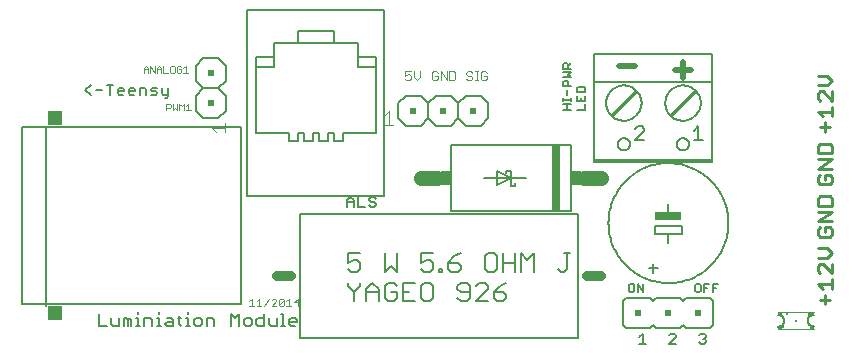
<source format=gto>
G75*
%MOIN*%
%OFA0B0*%
%FSLAX24Y24*%
%IPPOS*%
%LPD*%
%AMOC8*
5,1,8,0,0,1.08239X$1,22.5*
%
%ADD10C,0.0070*%
%ADD11C,0.0100*%
%ADD12C,0.0050*%
%ADD13C,0.0060*%
%ADD14C,0.0030*%
%ADD15C,0.0200*%
%ADD16C,0.0020*%
%ADD17C,0.0010*%
%ADD18R,0.0900X0.0250*%
%ADD19C,0.0080*%
%ADD20R,0.0450X0.0502*%
%ADD21R,0.0450X0.0492*%
%ADD22C,0.0335*%
%ADD23R,0.0200X0.0200*%
%ADD24C,0.0040*%
%ADD25C,0.0500*%
%ADD26R,0.0300X0.2200*%
%ADD27R,0.0350X0.0500*%
%ADD28C,0.0098*%
%ADD29R,0.0177X0.0157*%
%ADD30R,0.0069X0.0128*%
%ADD31R,0.0079X0.0079*%
%ADD32R,0.0240X0.0240*%
D10*
X010989Y004885D02*
X010989Y005105D01*
X011099Y005215D01*
X011209Y005105D01*
X011209Y004885D01*
X011357Y004885D02*
X011577Y004885D01*
X011725Y004940D02*
X011780Y004885D01*
X011891Y004885D01*
X011946Y004940D01*
X011946Y004995D01*
X011891Y005050D01*
X011780Y005050D01*
X011725Y005105D01*
X011725Y005160D01*
X011780Y005215D01*
X011891Y005215D01*
X011946Y005160D01*
X011357Y005215D02*
X011357Y004885D01*
X011209Y005050D02*
X010989Y005050D01*
X005037Y008580D02*
X004982Y008525D01*
X004927Y008525D01*
X004872Y008635D02*
X005037Y008635D01*
X005037Y008580D02*
X005037Y008855D01*
X004817Y008855D02*
X004817Y008690D01*
X004872Y008635D01*
X004669Y008690D02*
X004614Y008745D01*
X004504Y008745D01*
X004449Y008800D01*
X004504Y008855D01*
X004669Y008855D01*
X004301Y008800D02*
X004301Y008635D01*
X004449Y008635D02*
X004614Y008635D01*
X004669Y008690D01*
X004301Y008800D02*
X004245Y008855D01*
X004080Y008855D01*
X004080Y008635D01*
X003932Y008745D02*
X003712Y008745D01*
X003712Y008690D02*
X003712Y008800D01*
X003767Y008855D01*
X003877Y008855D01*
X003932Y008800D01*
X003932Y008745D01*
X003877Y008635D02*
X003767Y008635D01*
X003712Y008690D01*
X003564Y008745D02*
X003344Y008745D01*
X003344Y008690D02*
X003344Y008800D01*
X003399Y008855D01*
X003509Y008855D01*
X003564Y008800D01*
X003564Y008745D01*
X003509Y008635D02*
X003399Y008635D01*
X003344Y008690D01*
X003086Y008635D02*
X003086Y008965D01*
X003196Y008965D02*
X002975Y008965D01*
X002827Y008800D02*
X002607Y008800D01*
X002459Y008635D02*
X002239Y008800D01*
X002459Y008965D01*
D11*
X019838Y007950D02*
X020618Y008740D01*
X021788Y007960D02*
X022578Y008750D01*
X026693Y008661D02*
X026693Y008508D01*
X026770Y008431D01*
X026693Y008661D02*
X026770Y008738D01*
X026847Y008738D01*
X027154Y008431D01*
X027154Y008738D01*
X027000Y008947D02*
X026693Y008947D01*
X027000Y008947D02*
X027154Y009100D01*
X027000Y009254D01*
X026693Y009254D01*
X027154Y008223D02*
X027154Y007916D01*
X027154Y008069D02*
X026693Y008069D01*
X026847Y007916D01*
X026924Y007707D02*
X026924Y007400D01*
X027077Y007553D02*
X026770Y007553D01*
X026770Y006988D02*
X026693Y006911D01*
X026693Y006681D01*
X027154Y006681D01*
X027154Y006911D01*
X027077Y006988D01*
X026770Y006988D01*
X026693Y006473D02*
X027154Y006473D01*
X026693Y006166D01*
X027154Y006166D01*
X027077Y005957D02*
X026924Y005957D01*
X026924Y005803D01*
X027077Y005650D02*
X027154Y005727D01*
X027154Y005880D01*
X027077Y005957D01*
X026770Y005957D02*
X026693Y005880D01*
X026693Y005727D01*
X026770Y005650D01*
X027077Y005650D01*
X027077Y005238D02*
X026770Y005238D01*
X026693Y005161D01*
X026693Y004931D01*
X027154Y004931D01*
X027154Y005161D01*
X027077Y005238D01*
X027154Y004723D02*
X026693Y004723D01*
X026693Y004416D02*
X027154Y004723D01*
X027154Y004416D02*
X026693Y004416D01*
X026770Y004207D02*
X026693Y004130D01*
X026693Y003977D01*
X026770Y003900D01*
X027077Y003900D01*
X027154Y003977D01*
X027154Y004130D01*
X027077Y004207D01*
X026924Y004207D01*
X026924Y004053D01*
X027000Y003504D02*
X026693Y003504D01*
X027000Y003504D02*
X027154Y003350D01*
X027000Y003197D01*
X026693Y003197D01*
X026770Y002988D02*
X026693Y002911D01*
X026693Y002758D01*
X026770Y002681D01*
X026770Y002988D02*
X026847Y002988D01*
X027154Y002681D01*
X027154Y002988D01*
X027154Y002473D02*
X027154Y002166D01*
X027154Y002319D02*
X026693Y002319D01*
X026847Y002166D01*
X026924Y001957D02*
X026924Y001650D01*
X027077Y001803D02*
X026770Y001803D01*
D12*
X023364Y002325D02*
X023184Y002325D01*
X023184Y002055D01*
X023184Y002190D02*
X023274Y002190D01*
X022980Y002190D02*
X022889Y002190D01*
X022889Y002055D02*
X022889Y002325D01*
X023070Y002325D01*
X022775Y002280D02*
X022730Y002325D01*
X022640Y002325D01*
X022595Y002280D01*
X022595Y002100D01*
X022640Y002055D01*
X022730Y002055D01*
X022775Y002100D01*
X022775Y002280D01*
X020864Y002325D02*
X020864Y002055D01*
X020684Y002325D01*
X020684Y002055D01*
X020570Y002100D02*
X020525Y002055D01*
X020435Y002055D01*
X020389Y002100D01*
X020389Y002280D01*
X020435Y002325D01*
X020525Y002325D01*
X020570Y002280D01*
X020570Y002100D01*
X018320Y002831D02*
X018320Y003340D01*
X018218Y003340D02*
X018422Y003340D01*
X018320Y002831D02*
X018218Y002729D01*
X018117Y002729D01*
X018015Y002831D01*
X017206Y002729D02*
X017206Y003340D01*
X017003Y003136D01*
X016799Y003340D01*
X016799Y002729D01*
X016599Y002729D02*
X016599Y003340D01*
X016599Y003034D02*
X016192Y003034D01*
X015991Y002831D02*
X015991Y003238D01*
X015889Y003340D01*
X015686Y003340D01*
X015584Y003238D01*
X015584Y002831D01*
X015686Y002729D01*
X015889Y002729D01*
X015991Y002831D01*
X016192Y002729D02*
X016192Y003340D01*
X014775Y003340D02*
X014572Y003238D01*
X014368Y003034D01*
X014674Y003034D01*
X014775Y002933D01*
X014775Y002831D01*
X014674Y002729D01*
X014470Y002729D01*
X014368Y002831D01*
X014368Y003034D01*
X014166Y002831D02*
X014065Y002831D01*
X014065Y002729D01*
X014166Y002729D01*
X014166Y002831D01*
X013864Y002831D02*
X013762Y002729D01*
X013559Y002729D01*
X013457Y002831D01*
X013457Y003034D02*
X013660Y003136D01*
X013762Y003136D01*
X013864Y003034D01*
X013864Y002831D01*
X013457Y003034D02*
X013457Y003340D01*
X013864Y003340D01*
X012648Y003340D02*
X012648Y002729D01*
X012445Y002933D01*
X012241Y002729D01*
X012241Y003340D01*
X011433Y003340D02*
X011026Y003340D01*
X011026Y003034D01*
X011230Y003136D01*
X011331Y003136D01*
X011433Y003034D01*
X011433Y002831D01*
X011331Y002729D01*
X011128Y002729D01*
X011026Y002831D01*
X011026Y002350D02*
X011026Y002248D01*
X011230Y002044D01*
X011230Y001739D01*
X011634Y001739D02*
X011634Y002146D01*
X011837Y002350D01*
X012041Y002146D01*
X012041Y001739D01*
X012241Y001841D02*
X012343Y001739D01*
X012547Y001739D01*
X012648Y001841D01*
X012648Y002044D01*
X012445Y002044D01*
X012849Y002044D02*
X013053Y002044D01*
X013457Y001841D02*
X013559Y001739D01*
X013762Y001739D01*
X013864Y001841D01*
X013864Y002248D01*
X013762Y002350D01*
X013559Y002350D01*
X013457Y002248D01*
X013457Y001841D01*
X013256Y001739D02*
X012849Y001739D01*
X012849Y002350D01*
X013256Y002350D01*
X012648Y002248D02*
X012547Y002350D01*
X012343Y002350D01*
X012241Y002248D01*
X012241Y001841D01*
X012041Y002044D02*
X011634Y002044D01*
X011433Y002248D02*
X011433Y002350D01*
X011433Y002248D02*
X011230Y002044D01*
X009426Y000533D02*
X009426Y004667D01*
X018678Y004667D01*
X018678Y000533D01*
X009426Y000533D01*
X014672Y001841D02*
X014774Y001739D01*
X014978Y001739D01*
X015079Y001841D01*
X015079Y002248D01*
X014978Y002350D01*
X014774Y002350D01*
X014672Y002248D01*
X014672Y002146D01*
X014774Y002044D01*
X015079Y002044D01*
X015280Y002248D02*
X015382Y002350D01*
X015585Y002350D01*
X015687Y002248D01*
X015687Y002146D01*
X015280Y001739D01*
X015687Y001739D01*
X015888Y001841D02*
X015990Y001739D01*
X016193Y001739D01*
X016295Y001841D01*
X016295Y001943D01*
X016193Y002044D01*
X015888Y002044D01*
X015888Y001841D01*
X015888Y002044D02*
X016091Y002248D01*
X016295Y002350D01*
X020729Y000552D02*
X020842Y000665D01*
X020842Y000325D01*
X020729Y000325D02*
X020956Y000325D01*
X021729Y000325D02*
X021956Y000552D01*
X021956Y000609D01*
X021899Y000665D01*
X021785Y000665D01*
X021729Y000609D01*
X021729Y000325D02*
X021956Y000325D01*
X022729Y000382D02*
X022785Y000325D01*
X022899Y000325D01*
X022956Y000382D01*
X022956Y000438D01*
X022899Y000495D01*
X022842Y000495D01*
X022899Y000495D02*
X022956Y000552D01*
X022956Y000609D01*
X022899Y000665D01*
X022785Y000665D01*
X022729Y000609D01*
X022703Y007125D02*
X022703Y007575D01*
X022553Y007425D01*
X022553Y007125D02*
X022853Y007125D01*
X020903Y007125D02*
X020603Y007125D01*
X020903Y007425D01*
X020903Y007500D01*
X020828Y007575D01*
X020678Y007575D01*
X020603Y007500D01*
X018929Y008125D02*
X018929Y008305D01*
X018929Y008420D02*
X018659Y008420D01*
X018659Y008600D01*
X018659Y008714D02*
X018659Y008849D01*
X018704Y008894D01*
X018884Y008894D01*
X018929Y008849D01*
X018929Y008714D01*
X018659Y008714D01*
X018449Y008911D02*
X018179Y008911D01*
X018179Y009046D01*
X018224Y009091D01*
X018314Y009091D01*
X018359Y009046D01*
X018359Y008911D01*
X018314Y008796D02*
X018314Y008616D01*
X018449Y008510D02*
X018449Y008420D01*
X018449Y008465D02*
X018179Y008465D01*
X018179Y008420D02*
X018179Y008510D01*
X018179Y008305D02*
X018449Y008305D01*
X018314Y008305D02*
X018314Y008125D01*
X018449Y008125D02*
X018179Y008125D01*
X018659Y008125D02*
X018929Y008125D01*
X018929Y008420D02*
X018929Y008600D01*
X018794Y008510D02*
X018794Y008420D01*
X018449Y009205D02*
X018179Y009205D01*
X018179Y009386D02*
X018449Y009386D01*
X018359Y009295D01*
X018449Y009205D01*
X018449Y009500D02*
X018179Y009500D01*
X018179Y009635D01*
X018224Y009680D01*
X018314Y009680D01*
X018359Y009635D01*
X018359Y009500D01*
X018359Y009590D02*
X018449Y009680D01*
X000954Y007600D02*
X000954Y001600D01*
D13*
X002716Y000930D02*
X002976Y000930D01*
X003130Y000995D02*
X003195Y000930D01*
X003391Y000930D01*
X003391Y001190D01*
X003545Y001190D02*
X003610Y001190D01*
X003675Y001125D01*
X003740Y001190D01*
X003805Y001125D01*
X003805Y000930D01*
X003675Y000930D02*
X003675Y001125D01*
X003545Y001190D02*
X003545Y000930D01*
X003130Y000995D02*
X003130Y001190D01*
X002716Y001320D02*
X002716Y000930D01*
X003959Y000930D02*
X004089Y000930D01*
X004024Y000930D02*
X004024Y001190D01*
X003959Y001190D01*
X004024Y001320D02*
X004024Y001385D01*
X004235Y001190D02*
X004430Y001190D01*
X004496Y001125D01*
X004496Y000930D01*
X004650Y000930D02*
X004780Y000930D01*
X004715Y000930D02*
X004715Y001190D01*
X004650Y001190D01*
X004715Y001320D02*
X004715Y001385D01*
X004991Y001190D02*
X005121Y001190D01*
X005186Y001125D01*
X005186Y000930D01*
X004991Y000930D01*
X004926Y000995D01*
X004991Y001060D01*
X005186Y001060D01*
X005340Y001190D02*
X005470Y001190D01*
X005405Y001255D02*
X005405Y000995D01*
X005470Y000930D01*
X005616Y000930D02*
X005747Y000930D01*
X005682Y000930D02*
X005682Y001190D01*
X005616Y001190D01*
X005682Y001320D02*
X005682Y001385D01*
X005893Y001125D02*
X005958Y001190D01*
X006088Y001190D01*
X006153Y001125D01*
X006153Y000995D01*
X006088Y000930D01*
X005958Y000930D01*
X005893Y000995D01*
X005893Y001125D01*
X006307Y001190D02*
X006307Y000930D01*
X006567Y000930D02*
X006567Y001125D01*
X006502Y001190D01*
X006307Y001190D01*
X007136Y001320D02*
X007136Y000930D01*
X007396Y000930D02*
X007396Y001320D01*
X007266Y001190D01*
X007136Y001320D01*
X007550Y001125D02*
X007550Y000995D01*
X007615Y000930D01*
X007745Y000930D01*
X007810Y000995D01*
X007810Y001125D01*
X007745Y001190D01*
X007615Y001190D01*
X007550Y001125D01*
X007964Y001125D02*
X007964Y000995D01*
X008030Y000930D01*
X008225Y000930D01*
X008225Y001320D01*
X008225Y001190D02*
X008030Y001190D01*
X007964Y001125D01*
X008379Y001190D02*
X008379Y000995D01*
X008444Y000930D01*
X008639Y000930D01*
X008639Y001190D01*
X008793Y001320D02*
X008858Y001320D01*
X008858Y000930D01*
X008793Y000930D02*
X008923Y000930D01*
X009069Y000995D02*
X009069Y001125D01*
X009134Y001190D01*
X009265Y001190D01*
X009330Y001125D01*
X009330Y001060D01*
X009069Y001060D01*
X009069Y000995D02*
X009134Y000930D01*
X009265Y000930D01*
X004235Y000930D02*
X004235Y001190D01*
X014454Y004750D02*
X018454Y004750D01*
X018454Y006950D01*
X014454Y006950D01*
X014454Y004750D01*
X016004Y005620D02*
X016004Y006080D01*
X016454Y005850D01*
X016454Y006100D01*
X016304Y006100D01*
X016304Y006030D01*
X016454Y005850D02*
X016454Y005600D01*
X016604Y005600D01*
X016604Y005670D01*
X016454Y005850D02*
X015554Y005850D01*
X016004Y005620D02*
X016454Y005850D01*
X016954Y005850D01*
X019238Y006380D02*
X023168Y006380D01*
X023168Y006460D01*
X019238Y006460D01*
X019238Y009060D01*
X019238Y010000D01*
X023168Y010000D01*
X023168Y009060D01*
X023168Y006460D01*
X021988Y006980D02*
X021990Y007008D01*
X021996Y007035D01*
X022005Y007061D01*
X022018Y007086D01*
X022035Y007109D01*
X022054Y007129D01*
X022076Y007146D01*
X022100Y007160D01*
X022126Y007170D01*
X022153Y007177D01*
X022181Y007180D01*
X022209Y007179D01*
X022236Y007174D01*
X022263Y007165D01*
X022288Y007153D01*
X022311Y007138D01*
X022332Y007119D01*
X022350Y007098D01*
X022365Y007074D01*
X022376Y007048D01*
X022384Y007022D01*
X022388Y006994D01*
X022388Y006966D01*
X022384Y006938D01*
X022376Y006912D01*
X022365Y006886D01*
X022350Y006862D01*
X022332Y006841D01*
X022311Y006822D01*
X022288Y006807D01*
X022263Y006795D01*
X022236Y006786D01*
X022209Y006781D01*
X022181Y006780D01*
X022153Y006783D01*
X022126Y006790D01*
X022100Y006800D01*
X022076Y006814D01*
X022054Y006831D01*
X022035Y006851D01*
X022018Y006874D01*
X022005Y006899D01*
X021996Y006925D01*
X021990Y006952D01*
X021988Y006980D01*
X020018Y006980D02*
X020020Y007008D01*
X020026Y007035D01*
X020035Y007061D01*
X020048Y007086D01*
X020065Y007109D01*
X020084Y007129D01*
X020106Y007146D01*
X020130Y007160D01*
X020156Y007170D01*
X020183Y007177D01*
X020211Y007180D01*
X020239Y007179D01*
X020266Y007174D01*
X020293Y007165D01*
X020318Y007153D01*
X020341Y007138D01*
X020362Y007119D01*
X020380Y007098D01*
X020395Y007074D01*
X020406Y007048D01*
X020414Y007022D01*
X020418Y006994D01*
X020418Y006966D01*
X020414Y006938D01*
X020406Y006912D01*
X020395Y006886D01*
X020380Y006862D01*
X020362Y006841D01*
X020341Y006822D01*
X020318Y006807D01*
X020293Y006795D01*
X020266Y006786D01*
X020239Y006781D01*
X020211Y006780D01*
X020183Y006783D01*
X020156Y006790D01*
X020130Y006800D01*
X020106Y006814D01*
X020084Y006831D01*
X020065Y006851D01*
X020048Y006874D01*
X020035Y006899D01*
X020026Y006925D01*
X020020Y006952D01*
X020018Y006980D01*
X019238Y006460D02*
X019238Y006380D01*
X021704Y005000D02*
X021704Y004800D01*
X021704Y004600D01*
X019704Y004350D02*
X019706Y004439D01*
X019712Y004528D01*
X019722Y004617D01*
X019736Y004705D01*
X019753Y004792D01*
X019775Y004878D01*
X019801Y004964D01*
X019830Y005048D01*
X019863Y005131D01*
X019899Y005212D01*
X019940Y005292D01*
X019983Y005369D01*
X020030Y005445D01*
X020081Y005518D01*
X020134Y005589D01*
X020191Y005658D01*
X020251Y005724D01*
X020314Y005788D01*
X020379Y005848D01*
X020447Y005906D01*
X020518Y005960D01*
X020591Y006011D01*
X020666Y006059D01*
X020743Y006104D01*
X020822Y006145D01*
X020903Y006182D01*
X020985Y006216D01*
X021069Y006247D01*
X021154Y006273D01*
X021240Y006296D01*
X021327Y006314D01*
X021415Y006329D01*
X021504Y006340D01*
X021593Y006347D01*
X021682Y006350D01*
X021771Y006349D01*
X021860Y006344D01*
X021948Y006335D01*
X022037Y006322D01*
X022124Y006305D01*
X022211Y006285D01*
X022297Y006260D01*
X022381Y006232D01*
X022464Y006200D01*
X022546Y006164D01*
X022626Y006125D01*
X022704Y006082D01*
X022780Y006036D01*
X022854Y005986D01*
X022926Y005933D01*
X022995Y005877D01*
X023062Y005818D01*
X023126Y005756D01*
X023187Y005692D01*
X023246Y005624D01*
X023301Y005554D01*
X023353Y005482D01*
X023402Y005407D01*
X023447Y005331D01*
X023489Y005252D01*
X023527Y005172D01*
X023562Y005090D01*
X023593Y005006D01*
X023621Y004921D01*
X023644Y004835D01*
X023664Y004748D01*
X023680Y004661D01*
X023692Y004572D01*
X023700Y004484D01*
X023704Y004395D01*
X023704Y004305D01*
X023700Y004216D01*
X023692Y004128D01*
X023680Y004039D01*
X023664Y003952D01*
X023644Y003865D01*
X023621Y003779D01*
X023593Y003694D01*
X023562Y003610D01*
X023527Y003528D01*
X023489Y003448D01*
X023447Y003369D01*
X023402Y003293D01*
X023353Y003218D01*
X023301Y003146D01*
X023246Y003076D01*
X023187Y003008D01*
X023126Y002944D01*
X023062Y002882D01*
X022995Y002823D01*
X022926Y002767D01*
X022854Y002714D01*
X022780Y002664D01*
X022704Y002618D01*
X022626Y002575D01*
X022546Y002536D01*
X022464Y002500D01*
X022381Y002468D01*
X022297Y002440D01*
X022211Y002415D01*
X022124Y002395D01*
X022037Y002378D01*
X021948Y002365D01*
X021860Y002356D01*
X021771Y002351D01*
X021682Y002350D01*
X021593Y002353D01*
X021504Y002360D01*
X021415Y002371D01*
X021327Y002386D01*
X021240Y002404D01*
X021154Y002427D01*
X021069Y002453D01*
X020985Y002484D01*
X020903Y002518D01*
X020822Y002555D01*
X020743Y002596D01*
X020666Y002641D01*
X020591Y002689D01*
X020518Y002740D01*
X020447Y002794D01*
X020379Y002852D01*
X020314Y002912D01*
X020251Y002976D01*
X020191Y003042D01*
X020134Y003111D01*
X020081Y003182D01*
X020030Y003255D01*
X019983Y003331D01*
X019940Y003408D01*
X019899Y003488D01*
X019863Y003569D01*
X019830Y003652D01*
X019801Y003736D01*
X019775Y003822D01*
X019753Y003908D01*
X019736Y003995D01*
X019722Y004083D01*
X019712Y004172D01*
X019706Y004261D01*
X019704Y004350D01*
X021254Y004250D02*
X021254Y004000D01*
X021704Y004000D01*
X022154Y004000D01*
X022154Y004250D01*
X021254Y004250D01*
X021704Y004000D02*
X021704Y003900D01*
X021704Y003700D01*
X021204Y003000D02*
X021204Y002700D01*
X021054Y002850D02*
X021354Y002850D01*
X021304Y001850D02*
X021204Y001750D01*
X021104Y001850D01*
X020304Y001850D01*
X020204Y001750D01*
X020204Y000950D01*
X020304Y000850D01*
X021104Y000850D01*
X021204Y000950D01*
X021304Y000850D01*
X022104Y000850D01*
X022204Y000950D01*
X022304Y000850D01*
X023104Y000850D01*
X023204Y000950D01*
X023204Y001750D01*
X023104Y001850D01*
X022304Y001850D01*
X022204Y001750D01*
X022104Y001850D01*
X021304Y001850D01*
X015454Y007600D02*
X014954Y007600D01*
X014704Y007850D01*
X014454Y007600D01*
X013954Y007600D01*
X013704Y007850D01*
X013454Y007600D01*
X012954Y007600D01*
X012704Y007850D01*
X012704Y008350D01*
X012954Y008600D01*
X013454Y008600D01*
X013704Y008350D01*
X013954Y008600D01*
X014454Y008600D01*
X014704Y008350D01*
X014954Y008600D01*
X015454Y008600D01*
X015704Y008350D01*
X015704Y007850D01*
X015454Y007600D01*
X014704Y007850D02*
X014704Y008350D01*
X013704Y008350D02*
X013704Y007850D01*
X019238Y009060D02*
X019868Y009060D01*
X020568Y009060D01*
X021838Y009060D01*
X022538Y009060D01*
X023168Y009060D01*
X021598Y008350D02*
X021600Y008398D01*
X021606Y008446D01*
X021616Y008493D01*
X021629Y008539D01*
X021646Y008584D01*
X021667Y008627D01*
X021692Y008669D01*
X021719Y008708D01*
X021750Y008745D01*
X021784Y008780D01*
X021820Y008811D01*
X021859Y008840D01*
X021900Y008865D01*
X021943Y008887D01*
X021987Y008905D01*
X022033Y008919D01*
X022080Y008930D01*
X022128Y008937D01*
X022176Y008940D01*
X022224Y008939D01*
X022272Y008934D01*
X022319Y008925D01*
X022366Y008913D01*
X022411Y008896D01*
X022455Y008876D01*
X022497Y008853D01*
X022537Y008826D01*
X022574Y008796D01*
X022609Y008763D01*
X022642Y008727D01*
X022671Y008689D01*
X022697Y008648D01*
X022720Y008606D01*
X022739Y008562D01*
X022754Y008516D01*
X022766Y008470D01*
X022774Y008422D01*
X022778Y008374D01*
X022778Y008326D01*
X022774Y008278D01*
X022766Y008230D01*
X022754Y008184D01*
X022739Y008138D01*
X022720Y008094D01*
X022697Y008052D01*
X022671Y008011D01*
X022642Y007973D01*
X022609Y007937D01*
X022574Y007904D01*
X022537Y007874D01*
X022497Y007847D01*
X022455Y007824D01*
X022411Y007804D01*
X022366Y007787D01*
X022319Y007775D01*
X022272Y007766D01*
X022224Y007761D01*
X022176Y007760D01*
X022128Y007763D01*
X022080Y007770D01*
X022033Y007781D01*
X021987Y007795D01*
X021943Y007813D01*
X021900Y007835D01*
X021859Y007860D01*
X021820Y007889D01*
X021784Y007920D01*
X021750Y007955D01*
X021719Y007992D01*
X021692Y008031D01*
X021667Y008073D01*
X021646Y008116D01*
X021629Y008161D01*
X021616Y008207D01*
X021606Y008254D01*
X021600Y008302D01*
X021598Y008350D01*
X019628Y008350D02*
X019630Y008398D01*
X019636Y008446D01*
X019646Y008493D01*
X019659Y008539D01*
X019676Y008584D01*
X019697Y008627D01*
X019722Y008669D01*
X019749Y008708D01*
X019780Y008745D01*
X019814Y008780D01*
X019850Y008811D01*
X019889Y008840D01*
X019930Y008865D01*
X019973Y008887D01*
X020017Y008905D01*
X020063Y008919D01*
X020110Y008930D01*
X020158Y008937D01*
X020206Y008940D01*
X020254Y008939D01*
X020302Y008934D01*
X020349Y008925D01*
X020396Y008913D01*
X020441Y008896D01*
X020485Y008876D01*
X020527Y008853D01*
X020567Y008826D01*
X020604Y008796D01*
X020639Y008763D01*
X020672Y008727D01*
X020701Y008689D01*
X020727Y008648D01*
X020750Y008606D01*
X020769Y008562D01*
X020784Y008516D01*
X020796Y008470D01*
X020804Y008422D01*
X020808Y008374D01*
X020808Y008326D01*
X020804Y008278D01*
X020796Y008230D01*
X020784Y008184D01*
X020769Y008138D01*
X020750Y008094D01*
X020727Y008052D01*
X020701Y008011D01*
X020672Y007973D01*
X020639Y007937D01*
X020604Y007904D01*
X020567Y007874D01*
X020527Y007847D01*
X020485Y007824D01*
X020441Y007804D01*
X020396Y007787D01*
X020349Y007775D01*
X020302Y007766D01*
X020254Y007761D01*
X020206Y007760D01*
X020158Y007763D01*
X020110Y007770D01*
X020063Y007781D01*
X020017Y007795D01*
X019973Y007813D01*
X019930Y007835D01*
X019889Y007860D01*
X019850Y007889D01*
X019814Y007920D01*
X019780Y007955D01*
X019749Y007992D01*
X019722Y008031D01*
X019697Y008073D01*
X019676Y008116D01*
X019659Y008161D01*
X019646Y008207D01*
X019636Y008254D01*
X019630Y008302D01*
X019628Y008350D01*
X006954Y008600D02*
X006954Y008100D01*
X006704Y007850D01*
X006204Y007850D01*
X005954Y008100D01*
X005954Y008600D01*
X006204Y008850D01*
X005954Y009100D01*
X005954Y009600D01*
X006204Y009850D01*
X006704Y009850D01*
X006954Y009600D01*
X006954Y009100D01*
X006704Y008850D01*
X006954Y008600D01*
X006704Y008850D02*
X006204Y008850D01*
D14*
X007809Y001835D02*
X007728Y001755D01*
X007809Y001835D02*
X007809Y001595D01*
X007889Y001595D02*
X007728Y001595D01*
X007977Y001595D02*
X008137Y001595D01*
X008057Y001595D02*
X008057Y001835D01*
X007977Y001755D01*
X008226Y001595D02*
X008386Y001835D01*
X008474Y001795D02*
X008514Y001835D01*
X008594Y001835D01*
X008634Y001795D01*
X008634Y001755D01*
X008474Y001595D01*
X008634Y001595D01*
X008723Y001635D02*
X008763Y001595D01*
X008843Y001595D01*
X008883Y001635D01*
X008883Y001795D01*
X008723Y001635D01*
X008723Y001795D01*
X008763Y001835D01*
X008843Y001835D01*
X008883Y001795D01*
X008972Y001755D02*
X009052Y001835D01*
X009052Y001595D01*
X008972Y001595D02*
X009132Y001595D01*
X009220Y001715D02*
X009380Y001715D01*
X009340Y001595D02*
X009340Y001835D01*
X009220Y001715D01*
D15*
X022203Y009200D02*
X022203Y009734D01*
X021937Y009467D02*
X022470Y009467D01*
X020588Y009600D02*
X020054Y009600D01*
D16*
X015655Y009360D02*
X015605Y009410D01*
X015505Y009410D01*
X015455Y009360D01*
X015455Y009160D01*
X015505Y009110D01*
X015605Y009110D01*
X015655Y009160D01*
X015655Y009260D01*
X015555Y009260D01*
X015359Y009110D02*
X015258Y009110D01*
X015308Y009110D02*
X015308Y009410D01*
X015258Y009410D02*
X015359Y009410D01*
X015164Y009360D02*
X015114Y009410D01*
X015014Y009410D01*
X014964Y009360D01*
X014964Y009310D01*
X015014Y009260D01*
X015114Y009260D01*
X015164Y009210D01*
X015164Y009160D01*
X015114Y009110D01*
X015014Y009110D01*
X014964Y009160D01*
X014603Y009160D02*
X014603Y009360D01*
X014553Y009410D01*
X014403Y009410D01*
X014403Y009110D01*
X014553Y009110D01*
X014603Y009160D01*
X014309Y009110D02*
X014309Y009410D01*
X014108Y009410D02*
X014309Y009110D01*
X014108Y009110D02*
X014108Y009410D01*
X014014Y009360D02*
X013964Y009410D01*
X013864Y009410D01*
X013814Y009360D01*
X013814Y009160D01*
X013864Y009110D01*
X013964Y009110D01*
X014014Y009160D01*
X014014Y009260D01*
X013914Y009260D01*
X013409Y009210D02*
X013409Y009410D01*
X013208Y009410D02*
X013208Y009210D01*
X013309Y009110D01*
X013409Y009210D01*
X013114Y009160D02*
X013064Y009110D01*
X012964Y009110D01*
X012914Y009160D01*
X012914Y009260D02*
X013014Y009310D01*
X013064Y009310D01*
X013114Y009260D01*
X013114Y009160D01*
X012914Y009260D02*
X012914Y009410D01*
X013114Y009410D01*
D17*
X005688Y009355D02*
X005535Y009355D01*
X005611Y009355D02*
X005611Y009585D01*
X005535Y009508D01*
X005467Y009470D02*
X005467Y009393D01*
X005429Y009355D01*
X005352Y009355D01*
X005314Y009393D01*
X005314Y009547D01*
X005352Y009585D01*
X005429Y009585D01*
X005467Y009547D01*
X005467Y009470D02*
X005390Y009470D01*
X005246Y009393D02*
X005246Y009547D01*
X005208Y009585D01*
X005131Y009585D01*
X005093Y009547D01*
X005093Y009393D01*
X005131Y009355D01*
X005208Y009355D01*
X005246Y009393D01*
X005025Y009355D02*
X004872Y009355D01*
X004872Y009585D01*
X004804Y009508D02*
X004727Y009585D01*
X004651Y009508D01*
X004651Y009355D01*
X004583Y009355D02*
X004583Y009585D01*
X004651Y009470D02*
X004804Y009470D01*
X004804Y009508D02*
X004804Y009355D01*
X004583Y009355D02*
X004430Y009585D01*
X004430Y009355D01*
X004362Y009355D02*
X004362Y009508D01*
X004286Y009585D01*
X004209Y009508D01*
X004209Y009355D01*
X004209Y009470D02*
X004362Y009470D01*
X004959Y008335D02*
X005074Y008335D01*
X005112Y008297D01*
X005112Y008220D01*
X005074Y008182D01*
X004959Y008182D01*
X004959Y008105D02*
X004959Y008335D01*
X005180Y008335D02*
X005180Y008105D01*
X005256Y008182D01*
X005333Y008105D01*
X005333Y008335D01*
X005401Y008335D02*
X005477Y008258D01*
X005554Y008335D01*
X005554Y008105D01*
X005622Y008105D02*
X005775Y008105D01*
X005698Y008105D02*
X005698Y008335D01*
X005622Y008258D01*
X005401Y008335D02*
X005401Y008105D01*
D18*
X021704Y004575D03*
D19*
X025363Y001297D02*
X025390Y001295D01*
X025416Y001290D01*
X025441Y001281D01*
X025465Y001268D01*
X025487Y001253D01*
X025507Y001234D01*
X025524Y001214D01*
X025538Y001191D01*
X025549Y001166D01*
X025556Y001140D01*
X025560Y001113D01*
X025560Y001087D01*
X025556Y001060D01*
X025549Y001034D01*
X025538Y001009D01*
X025524Y000986D01*
X025507Y000966D01*
X025487Y000947D01*
X025465Y000932D01*
X025441Y000919D01*
X025416Y000910D01*
X025390Y000905D01*
X025363Y000903D01*
X026544Y000903D02*
X026517Y000905D01*
X026491Y000910D01*
X026466Y000919D01*
X026442Y000932D01*
X026420Y000947D01*
X026400Y000966D01*
X026383Y000986D01*
X026369Y001009D01*
X026358Y001034D01*
X026351Y001060D01*
X026347Y001087D01*
X026347Y001113D01*
X026351Y001140D01*
X026358Y001166D01*
X026369Y001191D01*
X026383Y001214D01*
X026400Y001234D01*
X026420Y001253D01*
X026442Y001268D01*
X026466Y001281D01*
X026491Y001290D01*
X026517Y001295D01*
X026544Y001297D01*
X012237Y005240D02*
X010604Y005240D01*
X009754Y005240D01*
X009804Y005240D02*
X009570Y005240D01*
X009604Y005240D02*
X008754Y005240D01*
X008804Y005240D02*
X007670Y005240D01*
X007670Y011460D01*
X012237Y011460D01*
X012237Y005240D01*
X010854Y007100D02*
X010554Y007100D01*
X010554Y007350D01*
X010354Y007350D01*
X010354Y007100D01*
X010054Y007100D01*
X010054Y007350D01*
X009854Y007350D01*
X009854Y007100D01*
X009554Y007100D01*
X009554Y007350D01*
X009354Y007350D01*
X009354Y007100D01*
X009054Y007100D01*
X009054Y007350D01*
X007954Y007350D01*
X007954Y009550D01*
X008554Y009550D01*
X008554Y009900D01*
X008554Y010350D01*
X009354Y010350D01*
X009354Y010750D01*
X010554Y010750D01*
X010554Y010350D01*
X009354Y010350D01*
X008554Y009900D02*
X007954Y009900D01*
X007954Y009550D01*
X010554Y010350D02*
X011354Y010350D01*
X011354Y009900D01*
X011354Y009550D01*
X011954Y009550D01*
X011954Y009900D01*
X011354Y009900D01*
X011954Y009550D02*
X011954Y007350D01*
X010854Y007350D01*
X010854Y007100D01*
X007463Y007563D02*
X000140Y007563D01*
X000140Y001637D01*
X007463Y001637D01*
X007463Y007563D01*
D20*
X001269Y001357D03*
D21*
X001269Y007848D03*
D22*
X008639Y002600D02*
X009131Y002600D01*
X018973Y002600D02*
X019466Y002600D01*
D23*
X015204Y008100D03*
X014204Y008100D03*
X013204Y008100D03*
X006454Y008350D03*
X006454Y009350D03*
D24*
X006934Y007677D02*
X006934Y007370D01*
X006934Y007523D02*
X006473Y007523D01*
X006627Y007370D01*
X012224Y007620D02*
X012531Y007620D01*
X012377Y007620D02*
X012377Y008080D01*
X012224Y007927D01*
X025344Y001395D02*
X026564Y001395D01*
X026564Y000805D02*
X025344Y000805D01*
D25*
X019454Y005850D02*
X018904Y005850D01*
X014004Y005850D02*
X013454Y005850D01*
D26*
X017954Y005850D03*
D27*
X018629Y005850D03*
X014279Y005850D03*
D28*
X025668Y001307D03*
D29*
X025412Y001336D03*
X026495Y001336D03*
X026495Y000864D03*
X025412Y000864D03*
D30*
X025526Y000928D03*
X026382Y001272D03*
D31*
X025954Y001100D03*
D32*
X022704Y001350D03*
X021704Y001350D03*
X020704Y001350D03*
M02*

</source>
